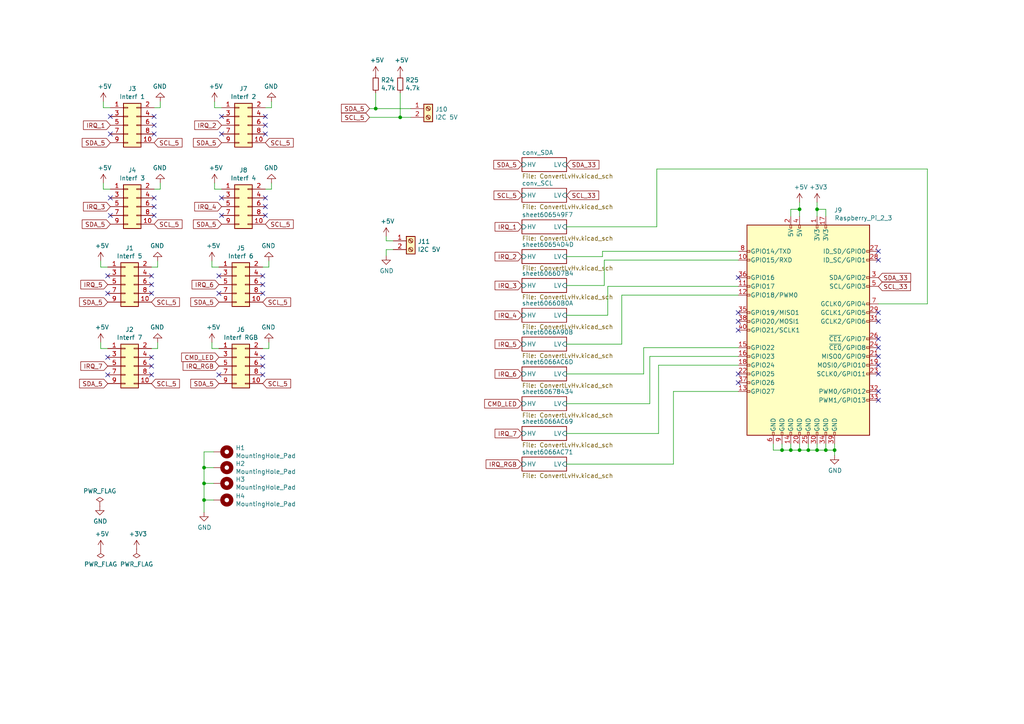
<source format=kicad_sch>
(kicad_sch (version 20230121) (generator eeschema)
  (paper "A4")
  (lib_symbols
    (symbol "Connector:Raspberry_Pi_2_3" (pin_names (offset 1.016))
      (property "Reference" "J" (at -17.78 31.75 0))
      (property "Value" "Raspberry_Pi_2_3" (at 10.16 -31.75 0))
      (symbol "Raspberry_Pi_2_3_0_1"
        (rectangle (start -17.78 30.48) (end 17.78 -30.48) (stroke (width 0.254)) (fill (type background)))
      )
      (symbol "Raspberry_Pi_2_3_1_1"
        (rectangle (start -16.891 -17.526) (end -17.78 -18.034))
        (rectangle (start -16.891 -14.986) (end -17.78 -15.494))
        (rectangle (start -16.891 -12.446) (end -17.78 -12.954))
        (rectangle (start -16.891 -9.906) (end -17.78 -10.414))
        (rectangle (start -16.891 -7.366) (end -17.78 -7.874))
        (rectangle (start -16.891 -4.826) (end -17.78 -5.334))
        (rectangle (start -16.891 0.254) (end -17.78 -0.254))
        (rectangle (start -16.891 2.794) (end -17.78 2.286))
        (rectangle (start -16.891 5.334) (end -17.78 4.826))
        (rectangle (start -16.891 10.414) (end -17.78 9.906))
        (rectangle (start -16.891 12.954) (end -17.78 12.446))
        (rectangle (start -16.891 15.494) (end -17.78 14.986))
        (rectangle (start -16.891 20.574) (end -17.78 20.066))
        (rectangle (start -16.891 23.114) (end -17.78 22.606))
        (rectangle (start -10.414 -29.591) (end -9.906 -30.48))
        (rectangle (start -7.874 -29.591) (end -7.366 -30.48))
        (rectangle (start -5.334 -29.591) (end -4.826 -30.48))
        (rectangle (start -5.334 30.48) (end -4.826 29.591))
        (rectangle (start -2.794 -29.591) (end -2.286 -30.48))
        (rectangle (start -2.794 30.48) (end -2.286 29.591))
        (rectangle (start -0.254 -29.591) (end 0.254 -30.48))
        (rectangle (start 2.286 -29.591) (end 2.794 -30.48))
        (rectangle (start 2.286 30.48) (end 2.794 29.591))
        (rectangle (start 4.826 -29.591) (end 5.334 -30.48))
        (rectangle (start 4.826 30.48) (end 5.334 29.591))
        (rectangle (start 7.366 -29.591) (end 7.874 -30.48))
        (rectangle (start 17.78 -20.066) (end 16.891 -20.574))
        (rectangle (start 17.78 -17.526) (end 16.891 -18.034))
        (rectangle (start 17.78 -12.446) (end 16.891 -12.954))
        (rectangle (start 17.78 -9.906) (end 16.891 -10.414))
        (rectangle (start 17.78 -7.366) (end 16.891 -7.874))
        (rectangle (start 17.78 -4.826) (end 16.891 -5.334))
        (rectangle (start 17.78 -2.286) (end 16.891 -2.794))
        (rectangle (start 17.78 2.794) (end 16.891 2.286))
        (rectangle (start 17.78 5.334) (end 16.891 4.826))
        (rectangle (start 17.78 7.874) (end 16.891 7.366))
        (rectangle (start 17.78 12.954) (end 16.891 12.446))
        (rectangle (start 17.78 15.494) (end 16.891 14.986))
        (rectangle (start 17.78 20.574) (end 16.891 20.066))
        (rectangle (start 17.78 23.114) (end 16.891 22.606))
        (pin power_in line (at 2.54 33.02 270) (length 2.54) (name "3V3") (number "1"))
        (pin bidirectional line (at -20.32 20.32 0) (length 2.54) (name "GPIO15/RXD") (number "10"))
        (pin bidirectional line (at -20.32 12.7 0) (length 2.54) (name "GPIO17") (number "11"))
        (pin bidirectional line (at -20.32 10.16 0) (length 2.54) (name "GPIO18/PWM0") (number "12"))
        (pin bidirectional line (at -20.32 -17.78 0) (length 2.54) (name "GPIO27") (number "13"))
        (pin power_in line (at -5.08 -33.02 90) (length 2.54) (name "GND") (number "14"))
        (pin bidirectional line (at -20.32 -5.08 0) (length 2.54) (name "GPIO22") (number "15"))
        (pin bidirectional line (at -20.32 -7.62 0) (length 2.54) (name "GPIO23") (number "16"))
        (pin power_in line (at 5.08 33.02 270) (length 2.54) (name "3V3") (number "17"))
        (pin bidirectional line (at -20.32 -10.16 0) (length 2.54) (name "GPIO24") (number "18"))
        (pin bidirectional line (at 20.32 -10.16 180) (length 2.54) (name "MOSI0/GPIO10") (number "19"))
        (pin power_in line (at -5.08 33.02 270) (length 2.54) (name "5V") (number "2"))
        (pin power_in line (at -2.54 -33.02 90) (length 2.54) (name "GND") (number "20"))
        (pin bidirectional line (at 20.32 -7.62 180) (length 2.54) (name "MISO0/GPIO9") (number "21"))
        (pin bidirectional line (at -20.32 -12.7 0) (length 2.54) (name "GPIO25") (number "22"))
        (pin bidirectional line (at 20.32 -12.7 180) (length 2.54) (name "SCLK0/GPIO11") (number "23"))
        (pin bidirectional line (at 20.32 -5.08 180) (length 2.54) (name "~{CE0}/GPIO8") (number "24"))
        (pin power_in line (at 0 -33.02 90) (length 2.54) (name "GND") (number "25"))
        (pin bidirectional line (at 20.32 -2.54 180) (length 2.54) (name "~{CE1}/GPIO7") (number "26"))
        (pin bidirectional line (at 20.32 22.86 180) (length 2.54) (name "ID_SD/GPIO0") (number "27"))
        (pin bidirectional line (at 20.32 20.32 180) (length 2.54) (name "ID_SC/GPIO1") (number "28"))
        (pin bidirectional line (at 20.32 5.08 180) (length 2.54) (name "GCLK1/GPIO5") (number "29"))
        (pin bidirectional line (at 20.32 15.24 180) (length 2.54) (name "SDA/GPIO2") (number "3"))
        (pin power_in line (at 2.54 -33.02 90) (length 2.54) (name "GND") (number "30"))
        (pin bidirectional line (at 20.32 2.54 180) (length 2.54) (name "GCLK2/GPIO6") (number "31"))
        (pin bidirectional line (at 20.32 -17.78 180) (length 2.54) (name "PWM0/GPIO12") (number "32"))
        (pin bidirectional line (at 20.32 -20.32 180) (length 2.54) (name "PWM1/GPIO13") (number "33"))
        (pin power_in line (at 5.08 -33.02 90) (length 2.54) (name "GND") (number "34"))
        (pin bidirectional line (at -20.32 5.08 0) (length 2.54) (name "GPIO19/MISO1") (number "35"))
        (pin bidirectional line (at -20.32 15.24 0) (length 2.54) (name "GPIO16") (number "36"))
        (pin bidirectional line (at -20.32 -15.24 0) (length 2.54) (name "GPIO26") (number "37"))
        (pin bidirectional line (at -20.32 2.54 0) (length 2.54) (name "GPIO20/MOSI1") (number "38"))
        (pin power_in line (at 7.62 -33.02 90) (length 2.54) (name "GND") (number "39"))
        (pin power_in line (at -2.54 33.02 270) (length 2.54) (name "5V") (number "4"))
        (pin bidirectional line (at -20.32 0 0) (length 2.54) (name "GPIO21/SCLK1") (number "40"))
        (pin bidirectional line (at 20.32 12.7 180) (length 2.54) (name "SCL/GPIO3") (number "5"))
        (pin power_in line (at -10.16 -33.02 90) (length 2.54) (name "GND") (number "6"))
        (pin bidirectional line (at 20.32 7.62 180) (length 2.54) (name "GCLK0/GPIO4") (number "7"))
        (pin bidirectional line (at -20.32 22.86 0) (length 2.54) (name "GPIO14/TXD") (number "8"))
        (pin power_in line (at -7.62 -33.02 90) (length 2.54) (name "GND") (number "9"))
      )
    )
    (symbol "Connector:Screw_Terminal_01x02" (pin_names (offset 1.016) hide)
      (property "Reference" "J" (at 0 2.54 0))
      (property "Value" "Screw_Terminal_01x02" (at 0 -5.08 0))
      (symbol "Screw_Terminal_01x02_1_1"
        (rectangle (start -1.27 1.27) (end 1.27 -3.81) (stroke (width 0.254)) (fill (type background)))
        (circle (center 0 -2.54) (radius 0.635) (stroke (width 0.1524)))
        (polyline (pts (xy -0.5334 -2.2098) (xy 0.3302 -3.048)) (stroke (width 0.1524)))
        (polyline (pts (xy -0.5334 0.3302) (xy 0.3302 -0.508)) (stroke (width 0.1524)))
        (polyline (pts (xy -0.3556 -2.032) (xy 0.508 -2.8702)) (stroke (width 0.1524)))
        (polyline (pts (xy -0.3556 0.508) (xy 0.508 -0.3302)) (stroke (width 0.1524)))
        (circle (center 0 0) (radius 0.635) (stroke (width 0.1524)))
        (pin passive line (at -5.08 0 0) (length 3.81) (name "Pin_1") (number "1"))
        (pin passive line (at -5.08 -2.54 0) (length 3.81) (name "Pin_2") (number "2"))
      )
    )
    (symbol "Connector_Generic:Conn_02x05_Odd_Even" (pin_names (offset 1.016) hide)
      (property "Reference" "J" (at 1.27 7.62 0))
      (property "Value" "Conn_02x05_Odd_Even" (at 1.27 -7.62 0))
      (symbol "Conn_02x05_Odd_Even_1_1"
        (rectangle (start -1.27 -4.953) (end 0 -5.207) (stroke (width 0.1524)))
        (rectangle (start -1.27 -2.413) (end 0 -2.667) (stroke (width 0.1524)))
        (rectangle (start -1.27 0.127) (end 0 -0.127) (stroke (width 0.1524)))
        (rectangle (start -1.27 2.667) (end 0 2.413) (stroke (width 0.1524)))
        (rectangle (start -1.27 5.207) (end 0 4.953) (stroke (width 0.1524)))
        (rectangle (start -1.27 6.35) (end 3.81 -6.35) (stroke (width 0.254)) (fill (type background)))
        (rectangle (start 3.81 -4.953) (end 2.54 -5.207) (stroke (width 0.1524)))
        (rectangle (start 3.81 -2.413) (end 2.54 -2.667) (stroke (width 0.1524)))
        (rectangle (start 3.81 0.127) (end 2.54 -0.127) (stroke (width 0.1524)))
        (rectangle (start 3.81 2.667) (end 2.54 2.413) (stroke (width 0.1524)))
        (rectangle (start 3.81 5.207) (end 2.54 4.953) (stroke (width 0.1524)))
        (pin passive line (at -5.08 5.08 0) (length 3.81) (name "Pin_1") (number "1"))
        (pin passive line (at 7.62 -5.08 180) (length 3.81) (name "Pin_10") (number "10"))
        (pin passive line (at 7.62 5.08 180) (length 3.81) (name "Pin_2") (number "2"))
        (pin passive line (at -5.08 2.54 0) (length 3.81) (name "Pin_3") (number "3"))
        (pin passive line (at 7.62 2.54 180) (length 3.81) (name "Pin_4") (number "4"))
        (pin passive line (at -5.08 0 0) (length 3.81) (name "Pin_5") (number "5"))
        (pin passive line (at 7.62 0 180) (length 3.81) (name "Pin_6") (number "6"))
        (pin passive line (at -5.08 -2.54 0) (length 3.81) (name "Pin_7") (number "7"))
        (pin passive line (at 7.62 -2.54 180) (length 3.81) (name "Pin_8") (number "8"))
        (pin passive line (at -5.08 -5.08 0) (length 3.81) (name "Pin_9") (number "9"))
      )
    )
    (symbol "Device:R_Small" (pin_numbers hide) (pin_names (offset 0.254) hide)
      (property "Reference" "R" (at 0.762 0.508 0))
      (property "Value" "R_Small" (at 0.762 -1.016 0))
      (symbol "R_Small_0_1"
        (rectangle (start -0.762 1.778) (end 0.762 -1.778) (stroke (width 0.2032)))
      )
      (symbol "R_Small_1_1"
        (pin passive line (at 0 2.54 270) (length 0.762) (name "~") (number "1"))
        (pin passive line (at 0 -2.54 90) (length 0.762) (name "~") (number "2"))
      )
    )
    (symbol "InterfaceRaspi-rescue:+3.3V-power" (power) (pin_names (offset 0))
      (property "Value" "+3.3V-power" (at 0 3.556 0))
      (symbol "+3.3V-power_0_1"
        (polyline (pts (xy -0.762 1.27) (xy 0 2.54)))
        (polyline (pts (xy 0 0) (xy 0 2.54)))
        (polyline (pts (xy 0 2.54) (xy 0.762 1.27)))
      )
      (symbol "+3.3V-power_1_1"
        (pin power_in line (at 0 0 90) (length 0) hide (name "+3V3") (number "1"))
      )
    )
    (symbol "Mechanical:MountingHole_Pad" (pin_numbers hide) (pin_names (offset 1.016) hide)
      (property "Reference" "H" (at 0 6.35 0))
      (property "Value" "MountingHole_Pad" (at 0 4.445 0))
      (symbol "MountingHole_Pad_0_1"
        (circle (center 0 1.27) (radius 1.27) (stroke (width 1.27)))
      )
      (symbol "MountingHole_Pad_1_1"
        (pin input line (at 0 -2.54 90) (length 2.54) (name "1") (number "1"))
      )
    )
    (symbol "power:+5V" (power) (pin_names (offset 0))
      (property "Value" "+5V" (at 0 3.556 0))
      (symbol "+5V_0_1"
        (polyline (pts (xy -0.762 1.27) (xy 0 2.54)))
        (polyline (pts (xy 0 0) (xy 0 2.54)))
        (polyline (pts (xy 0 2.54) (xy 0.762 1.27)))
      )
      (symbol "+5V_1_1"
        (pin power_in line (at 0 0 90) (length 0) hide (name "+5V") (number "1"))
      )
    )
    (symbol "power:GND" (power) (pin_names (offset 0))
      (property "Value" "GND" (at 0 -3.81 0))
      (symbol "GND_0_1"
        (polyline (pts (xy 0 0) (xy 0 -1.27) (xy 1.27 -1.27) (xy 0 -2.54) (xy -1.27 -1.27) (xy 0 -1.27)))
      )
      (symbol "GND_1_1"
        (pin power_in line (at 0 0 270) (length 0) hide (name "GND") (number "1"))
      )
    )
    (symbol "power:PWR_FLAG" (power) (pin_numbers hide) (pin_names (offset 0) hide)
      (property "Value" "PWR_FLAG" (at 0 3.81 0))
      (symbol "PWR_FLAG_0_0"
        (pin power_out line (at 0 0 90) (length 0) (name "pwr") (number "1"))
      )
      (symbol "PWR_FLAG_0_1"
        (polyline (pts (xy 0 0) (xy 0 1.27) (xy -1.016 1.905) (xy 0 2.54) (xy 1.016 1.905) (xy 0 1.27)))
      )
    )
  )
  (junction (at 231.902 60.706))
  (junction (at 226.822 130.556))
  (junction (at 59.182 135.636))
  (junction (at 231.902 130.556))
  (junction (at 242.062 130.556))
  (junction (at 108.966 31.496))
  (junction (at 59.182 145.034))
  (junction (at 234.442 130.556))
  (junction (at 239.522 130.556))
  (junction (at 229.362 130.556))
  (junction (at 59.182 140.208))
  (junction (at 236.982 60.706))
  (junction (at 116.078 34.036))
  (junction (at 236.982 130.556))
  (no_connect (at 43.942 85.09))
  (no_connect (at 44.704 38.862))
  (no_connect (at 214.122 108.458))
  (no_connect (at 254.762 105.918))
  (no_connect (at 76.2 108.712))
  (no_connect (at 64.262 33.782))
  (no_connect (at 254.762 72.898))
  (no_connect (at 254.762 90.678))
  (no_connect (at 76.962 62.484))
  (no_connect (at 214.122 80.518))
  (no_connect (at 254.762 100.838))
  (no_connect (at 254.762 75.438))
  (no_connect (at 76.962 36.322))
  (no_connect (at 214.122 110.998))
  (no_connect (at 32.004 38.862))
  (no_connect (at 44.704 57.404))
  (no_connect (at 254.762 93.218))
  (no_connect (at 44.704 62.484))
  (no_connect (at 214.122 93.218))
  (no_connect (at 32.004 33.782))
  (no_connect (at 64.262 62.484))
  (no_connect (at 76.962 33.782))
  (no_connect (at 43.942 108.712))
  (no_connect (at 76.962 38.862))
  (no_connect (at 254.762 108.458))
  (no_connect (at 76.2 85.09))
  (no_connect (at 43.942 82.55))
  (no_connect (at 254.762 116.078))
  (no_connect (at 31.242 80.01))
  (no_connect (at 76.962 57.404))
  (no_connect (at 76.2 80.01))
  (no_connect (at 64.262 57.404))
  (no_connect (at 44.704 59.944))
  (no_connect (at 31.242 85.09))
  (no_connect (at 214.122 95.758))
  (no_connect (at 63.5 85.09))
  (no_connect (at 63.5 80.01))
  (no_connect (at 43.942 106.172))
  (no_connect (at 31.242 103.632))
  (no_connect (at 254.762 113.538))
  (no_connect (at 254.762 98.298))
  (no_connect (at 44.704 33.782))
  (no_connect (at 214.122 90.678))
  (no_connect (at 32.004 62.484))
  (no_connect (at 254.762 103.378))
  (no_connect (at 76.2 103.632))
  (no_connect (at 44.704 36.322))
  (no_connect (at 64.262 38.862))
  (no_connect (at 31.242 108.712))
  (no_connect (at 76.2 106.172))
  (no_connect (at 32.004 57.404))
  (no_connect (at 43.942 103.632))
  (no_connect (at 43.942 80.01))
  (no_connect (at 76.962 59.944))
  (no_connect (at 76.2 82.55))
  (no_connect (at 63.5 108.712))
  (wire (pts (xy 61.976 145.034) (xy 59.182 145.034)))
  (wire (pts (xy 63.5 77.47) (xy 61.468 77.47)))
  (wire (pts (xy 63.5 101.092) (xy 61.468 101.092)))
  (wire (pts (xy 180.34 99.822) (xy 180.34 85.598)))
  (wire (pts (xy 77.978 101.092) (xy 77.978 99.314)))
  (wire (pts (xy 236.982 62.738) (xy 236.982 60.706)))
  (wire (pts (xy 76.962 31.242) (xy 78.74 31.242)))
  (wire (pts (xy 62.23 54.864) (xy 62.23 53.086)))
  (wire (pts (xy 44.704 54.864) (xy 46.482 54.864)))
  (wire (pts (xy 268.986 49.022) (xy 268.986 88.138)))
  (wire (pts (xy 164.338 82.804) (xy 175.26 82.804)))
  (wire (pts (xy 119.126 34.036) (xy 116.078 34.036)))
  (wire (pts (xy 190.5 49.022) (xy 268.986 49.022)))
  (wire (pts (xy 29.21 77.47) (xy 29.21 75.692)))
  (wire (pts (xy 164.338 74.422) (xy 174.752 74.422)))
  (wire (pts (xy 29.21 101.092) (xy 29.21 99.314)))
  (wire (pts (xy 61.976 135.636) (xy 59.182 135.636)))
  (wire (pts (xy 234.442 130.556) (xy 236.982 130.556)))
  (wire (pts (xy 239.522 62.738) (xy 239.522 60.706)))
  (wire (pts (xy 77.978 77.47) (xy 77.978 75.692)))
  (wire (pts (xy 45.72 101.092) (xy 45.72 99.314)))
  (wire (pts (xy 59.182 131.064) (xy 59.182 135.636)))
  (wire (pts (xy 186.69 100.838) (xy 214.122 100.838)))
  (wire (pts (xy 239.522 128.778) (xy 239.522 130.556)))
  (wire (pts (xy 76.2 101.092) (xy 77.978 101.092)))
  (wire (pts (xy 234.442 128.778) (xy 234.442 130.556)))
  (wire (pts (xy 31.242 101.092) (xy 29.21 101.092)))
  (wire (pts (xy 78.74 54.864) (xy 78.74 53.086)))
  (wire (pts (xy 175.26 82.804) (xy 175.26 75.438)))
  (wire (pts (xy 43.942 77.47) (xy 45.72 77.47)))
  (wire (pts (xy 164.338 91.44) (xy 176.276 91.44)))
  (wire (pts (xy 114.046 69.85) (xy 112.014 69.85)))
  (wire (pts (xy 29.972 31.242) (xy 29.972 29.464)))
  (wire (pts (xy 229.362 60.706) (xy 231.902 60.706)))
  (wire (pts (xy 176.276 83.058) (xy 214.122 83.058)))
  (wire (pts (xy 46.482 54.864) (xy 46.482 53.086)))
  (wire (pts (xy 226.822 128.778) (xy 226.822 130.556)))
  (wire (pts (xy 242.062 130.556) (xy 242.062 132.08)))
  (wire (pts (xy 191.008 125.73) (xy 191.008 105.918)))
  (wire (pts (xy 61.468 101.092) (xy 61.468 99.314)))
  (wire (pts (xy 32.004 54.864) (xy 29.972 54.864)))
  (wire (pts (xy 268.986 88.138) (xy 254.762 88.138)))
  (wire (pts (xy 229.362 130.556) (xy 231.902 130.556)))
  (wire (pts (xy 114.046 72.39) (xy 112.014 72.39)))
  (wire (pts (xy 108.966 26.924) (xy 108.966 31.496)))
  (wire (pts (xy 195.326 134.62) (xy 195.326 113.538)))
  (wire (pts (xy 31.242 77.47) (xy 29.21 77.47)))
  (wire (pts (xy 229.362 128.778) (xy 229.362 130.556)))
  (wire (pts (xy 164.338 99.822) (xy 180.34 99.822)))
  (wire (pts (xy 239.522 60.706) (xy 236.982 60.706)))
  (wire (pts (xy 112.014 72.39) (xy 112.014 74.168)))
  (wire (pts (xy 59.182 135.636) (xy 59.182 140.208)))
  (wire (pts (xy 174.752 72.898) (xy 214.122 72.898)))
  (wire (pts (xy 226.822 130.556) (xy 229.362 130.556)))
  (wire (pts (xy 236.982 128.778) (xy 236.982 130.556)))
  (wire (pts (xy 59.182 140.208) (xy 59.182 145.034)))
  (wire (pts (xy 175.26 75.438) (xy 214.122 75.438)))
  (wire (pts (xy 108.966 31.496) (xy 119.126 31.496)))
  (wire (pts (xy 76.2 77.47) (xy 77.978 77.47)))
  (wire (pts (xy 61.468 77.47) (xy 61.468 75.692)))
  (wire (pts (xy 76.962 54.864) (xy 78.74 54.864)))
  (wire (pts (xy 195.326 113.538) (xy 214.122 113.538)))
  (wire (pts (xy 44.704 31.242) (xy 46.482 31.242)))
  (wire (pts (xy 236.982 130.556) (xy 239.522 130.556)))
  (wire (pts (xy 112.014 69.85) (xy 112.014 68.58)))
  (wire (pts (xy 43.942 101.092) (xy 45.72 101.092)))
  (wire (pts (xy 78.74 31.242) (xy 78.74 29.464)))
  (wire (pts (xy 231.902 130.556) (xy 234.442 130.556)))
  (wire (pts (xy 224.282 128.778) (xy 224.282 130.556)))
  (wire (pts (xy 45.72 77.47) (xy 45.72 75.692)))
  (wire (pts (xy 62.23 31.242) (xy 62.23 29.464)))
  (wire (pts (xy 231.902 128.778) (xy 231.902 130.556)))
  (wire (pts (xy 64.262 54.864) (xy 62.23 54.864)))
  (wire (pts (xy 191.008 105.918) (xy 214.122 105.918)))
  (wire (pts (xy 180.34 85.598) (xy 214.122 85.598)))
  (wire (pts (xy 188.468 117.094) (xy 188.468 103.378)))
  (wire (pts (xy 164.338 125.73) (xy 191.008 125.73)))
  (wire (pts (xy 190.5 65.786) (xy 190.5 49.022)))
  (wire (pts (xy 164.338 65.786) (xy 190.5 65.786)))
  (wire (pts (xy 239.522 130.556) (xy 242.062 130.556)))
  (wire (pts (xy 46.482 31.242) (xy 46.482 29.464)))
  (wire (pts (xy 229.362 62.738) (xy 229.362 60.706)))
  (wire (pts (xy 174.752 74.422) (xy 174.752 72.898)))
  (wire (pts (xy 32.004 31.242) (xy 29.972 31.242)))
  (wire (pts (xy 231.902 62.738) (xy 231.902 60.706)))
  (wire (pts (xy 29.972 54.864) (xy 29.972 53.086)))
  (wire (pts (xy 176.276 91.44) (xy 176.276 83.058)))
  (wire (pts (xy 224.282 130.556) (xy 226.822 130.556)))
  (wire (pts (xy 116.078 34.036) (xy 107.188 34.036)))
  (wire (pts (xy 231.902 60.706) (xy 231.902 58.674)))
  (wire (pts (xy 107.188 31.496) (xy 108.966 31.496)))
  (wire (pts (xy 164.338 108.458) (xy 186.69 108.458)))
  (wire (pts (xy 164.338 134.62) (xy 195.326 134.62)))
  (wire (pts (xy 236.982 60.706) (xy 236.982 58.674)))
  (wire (pts (xy 61.976 140.208) (xy 59.182 140.208)))
  (wire (pts (xy 61.976 131.064) (xy 59.182 131.064)))
  (wire (pts (xy 59.182 145.034) (xy 59.182 148.59)))
  (wire (pts (xy 64.262 31.242) (xy 62.23 31.242)))
  (wire (pts (xy 242.062 128.778) (xy 242.062 130.556)))
  (wire (pts (xy 188.468 103.378) (xy 214.122 103.378)))
  (wire (pts (xy 116.078 26.924) (xy 116.078 34.036)))
  (wire (pts (xy 186.69 108.458) (xy 186.69 100.838)))
  (wire (pts (xy 164.338 117.094) (xy 188.468 117.094)))
  (global_label "IRQ_3" (shape input) (at 32.004 59.944 180) (property "Intersheetrefs" "${INTERSHEET_REFS}" (effects hide)))
  (global_label "SDA_5" (shape input) (at 31.242 87.63 180) (property "Intersheetrefs" "${INTERSHEET_REFS}" (effects hide)))
  (global_label "SCL_5" (shape input) (at 76.962 41.402 0) (property "Intersheetrefs" "${INTERSHEET_REFS}" (effects hide)))
  (global_label "IRQ_6" (shape input) (at 151.384 108.458 180) (property "Intersheetrefs" "${INTERSHEET_REFS}" (effects hide)))
  (global_label "IRQ_RGB" (shape input) (at 151.384 134.62 180) (property "Intersheetrefs" "${INTERSHEET_REFS}" (effects hide)))
  (global_label "IRQ_RGB" (shape input) (at 63.5 106.172 180) (property "Intersheetrefs" "${INTERSHEET_REFS}" (effects hide)))
  (global_label "IRQ_5" (shape input) (at 31.242 82.55 180) (property "Intersheetrefs" "${INTERSHEET_REFS}" (effects hide)))
  (global_label "SDA_5" (shape input) (at 31.242 111.252 180) (property "Intersheetrefs" "${INTERSHEET_REFS}" (effects hide)))
  (global_label "IRQ_5" (shape input) (at 151.384 99.822 180) (property "Intersheetrefs" "${INTERSHEET_REFS}" (effects hide)))
  (global_label "SDA_5" (shape input) (at 107.188 31.496 180) (property "Intersheetrefs" "${INTERSHEET_REFS}" (effects hide)))
  (global_label "SDA_33" (shape input) (at 164.338 47.752 0) (property "Intersheetrefs" "${INTERSHEET_REFS}" (effects hide)))
  (global_label "SCL_5" (shape input) (at 107.188 34.036 180) (property "Intersheetrefs" "${INTERSHEET_REFS}" (effects hide)))
  (global_label "SCL_5" (shape input) (at 76.962 65.024 0) (property "Intersheetrefs" "${INTERSHEET_REFS}" (effects hide)))
  (global_label "SCL_33" (shape input) (at 254.762 83.058 0) (property "Intersheetrefs" "${INTERSHEET_REFS}" (effects hide)))
  (global_label "IRQ_2" (shape input) (at 151.384 74.422 180) (property "Intersheetrefs" "${INTERSHEET_REFS}" (effects hide)))
  (global_label "IRQ_4" (shape input) (at 151.384 91.44 180) (property "Intersheetrefs" "${INTERSHEET_REFS}" (effects hide)))
  (global_label "SDA_5" (shape input) (at 151.384 47.752 180) (property "Intersheetrefs" "${INTERSHEET_REFS}" (effects hide)))
  (global_label "CMD_LED" (shape input) (at 151.384 117.094 180) (property "Intersheetrefs" "${INTERSHEET_REFS}" (effects hide)))
  (global_label "SDA_5" (shape input) (at 64.262 65.024 180) (property "Intersheetrefs" "${INTERSHEET_REFS}" (effects hide)))
  (global_label "IRQ_7" (shape input) (at 151.384 125.73 180) (property "Intersheetrefs" "${INTERSHEET_REFS}" (effects hide)))
  (global_label "CMD_LED" (shape input) (at 63.5 103.632 180) (property "Intersheetrefs" "${INTERSHEET_REFS}" (effects hide)))
  (global_label "SCL_5" (shape input) (at 44.704 41.402 0) (property "Intersheetrefs" "${INTERSHEET_REFS}" (effects hide)))
  (global_label "IRQ_1" (shape input) (at 151.384 65.786 180) (property "Intersheetrefs" "${INTERSHEET_REFS}" (effects hide)))
  (global_label "SDA_5" (shape input) (at 63.5 87.63 180) (property "Intersheetrefs" "${INTERSHEET_REFS}" (effects hide)))
  (global_label "SCL_5" (shape input) (at 151.384 56.642 180) (property "Intersheetrefs" "${INTERSHEET_REFS}" (effects hide)))
  (global_label "IRQ_7" (shape input) (at 31.242 106.172 180) (property "Intersheetrefs" "${INTERSHEET_REFS}" (effects hide)))
  (global_label "SDA_33" (shape input) (at 254.762 80.518 0) (property "Intersheetrefs" "${INTERSHEET_REFS}" (effects hide)))
  (global_label "SDA_5" (shape input) (at 32.004 65.024 180) (property "Intersheetrefs" "${INTERSHEET_REFS}" (effects hide)))
  (global_label "SCL_5" (shape input) (at 43.942 111.252 0) (property "Intersheetrefs" "${INTERSHEET_REFS}" (effects hide)))
  (global_label "IRQ_3" (shape input) (at 151.384 82.804 180) (property "Intersheetrefs" "${INTERSHEET_REFS}" (effects hide)))
  (global_label "SDA_5" (shape input) (at 64.262 41.402 180) (property "Intersheetrefs" "${INTERSHEET_REFS}" (effects hide)))
  (global_label "SCL_33" (shape input) (at 164.338 56.642 0) (property "Intersheetrefs" "${INTERSHEET_REFS}" (effects hide)))
  (global_label "IRQ_2" (shape input) (at 64.262 36.322 180) (property "Intersheetrefs" "${INTERSHEET_REFS}" (effects hide)))
  (global_label "IRQ_4" (shape input) (at 64.262 59.944 180) (property "Intersheetrefs" "${INTERSHEET_REFS}" (effects hide)))
  (global_label "SCL_5" (shape input) (at 76.2 111.252 0) (property "Intersheetrefs" "${INTERSHEET_REFS}" (effects hide)))
  (global_label "SDA_5" (shape input) (at 63.5 111.252 180) (property "Intersheetrefs" "${INTERSHEET_REFS}" (effects hide)))
  (global_label "SCL_5" (shape input) (at 44.704 65.024 0) (property "Intersheetrefs" "${INTERSHEET_REFS}" (effects hide)))
  (global_label "SCL_5" (shape input) (at 76.2 87.63 0) (property "Intersheetrefs" "${INTERSHEET_REFS}" (effects hide)))
  (global_label "SDA_5" (shape input) (at 32.004 41.402 180) (property "Intersheetrefs" "${INTERSHEET_REFS}" (effects hide)))
  (global_label "IRQ_1" (shape input) (at 32.004 36.322 180) (property "Intersheetrefs" "${INTERSHEET_REFS}" (effects hide)))
  (global_label "IRQ_6" (shape input) (at 63.5 82.55 180) (property "Intersheetrefs" "${INTERSHEET_REFS}" (effects hide)))
  (global_label "SCL_5" (shape input) (at 43.942 87.63 0) (property "Intersheetrefs" "${INTERSHEET_REFS}" (effects hide)))
  (symbol (lib_id "Connector:Raspberry_Pi_2_3") (at 234.442 95.758 0) (unit 1)
    (property "Reference" "J9" (at 243.078 60.96 0))
    (property "Value" "Raspberry_Pi_2_3" (at 250.444 63.246 0))
    (property "Footprint" "Connector_PinSocket_2.54mm:PinSocket_2x20_P2.54mm_Vertical" (effects hide))
    (property "Datasheet" "https://www.raspberrypi.org/documentation/hardware/raspberrypi/schematics/rpi_SCH_3bplus_1p0_reduced.pdf" (effects hide))
    (property "JLCPCB BOM" "0" (effects hide))
  )
  (symbol (lib_id "InterfaceRaspi-rescue:+3.3V-power") (at 236.982 58.674 0) (unit 1)
    (property "Reference" "#PWR018" (effects hide))
    (property "Value" "+3.3V" (at 237.363 54.2798 0))
  )
  (symbol (lib_id "power:+5V") (at 231.902 58.674 0) (unit 1)
    (property "Reference" "#PWR017" (effects hide))
    (property "Value" "+5V" (at 232.283 54.2798 0))
  )
  (symbol (lib_id "power:GND") (at 242.062 132.08 0) (unit 1)
    (property "Reference" "#PWR019" (effects hide))
    (property "Value" "GND" (at 242.189 136.4742 0))
  )
  (symbol (lib_id "Connector_Generic:Conn_02x05_Odd_Even") (at 37.084 36.322 0) (unit 1)
    (property "Reference" "J3" (at 38.354 25.7302 0))
    (property "Value" "Interf 1" (at 38.354 28.0416 0))
    (property "Footprint" "Connector_IDC:IDC-Header_2x05_P2.54mm_Vertical" (effects hide))
    (property "JLCPCB BOM" "0" (effects hide))
  )
  (symbol (lib_id "power:+5V") (at 29.972 29.464 0) (unit 1)
    (property "Reference" "#PWR03" (effects hide))
    (property "Value" "+5V" (at 30.353 25.0698 0))
  )
  (symbol (lib_id "power:GND") (at 46.482 29.464 180) (unit 1)
    (property "Reference" "#PWR07" (effects hide))
    (property "Value" "GND" (at 46.355 25.0698 0))
  )
  (symbol (lib_id "Connector_Generic:Conn_02x05_Odd_Even") (at 69.342 36.322 0) (unit 1)
    (property "Reference" "J7" (at 70.612 25.7302 0))
    (property "Value" "Interf 2" (at 70.612 28.0416 0))
    (property "Footprint" "Connector_IDC:IDC-Header_2x05_P2.54mm_Vertical" (effects hide))
    (property "JLCPCB BOM" "0" (effects hide))
  )
  (symbol (lib_id "power:+5V") (at 62.23 29.464 0) (unit 1)
    (property "Reference" "#PWR011" (effects hide))
    (property "Value" "+5V" (at 62.611 25.0698 0))
  )
  (symbol (lib_id "power:GND") (at 78.74 29.464 180) (unit 1)
    (property "Reference" "#PWR015" (effects hide))
    (property "Value" "GND" (at 78.613 25.0698 0))
  )
  (symbol (lib_id "Connector_Generic:Conn_02x05_Odd_Even") (at 37.084 59.944 0) (unit 1)
    (property "Reference" "J4" (at 38.354 49.3522 0))
    (property "Value" "Interf 3" (at 38.354 51.6636 0))
    (property "Footprint" "Connector_IDC:IDC-Header_2x05_P2.54mm_Vertical" (effects hide))
    (property "JLCPCB BOM" "0" (effects hide))
  )
  (symbol (lib_id "power:+5V") (at 29.972 53.086 0) (unit 1)
    (property "Reference" "#PWR04" (effects hide))
    (property "Value" "+5V" (at 30.353 48.6918 0))
  )
  (symbol (lib_id "power:GND") (at 46.482 53.086 180) (unit 1)
    (property "Reference" "#PWR08" (effects hide))
    (property "Value" "GND" (at 46.355 48.6918 0))
  )
  (symbol (lib_id "Connector_Generic:Conn_02x05_Odd_Even") (at 69.342 59.944 0) (unit 1)
    (property "Reference" "J8" (at 70.612 49.3522 0))
    (property "Value" "Interf 4" (at 70.612 51.6636 0))
    (property "Footprint" "Connector_IDC:IDC-Header_2x05_P2.54mm_Vertical" (effects hide))
    (property "JLCPCB BOM" "0" (effects hide))
  )
  (symbol (lib_id "power:+5V") (at 62.23 53.086 0) (unit 1)
    (property "Reference" "#PWR012" (effects hide))
    (property "Value" "+5V" (at 62.611 48.6918 0))
  )
  (symbol (lib_id "power:GND") (at 78.74 53.086 180) (unit 1)
    (property "Reference" "#PWR016" (effects hide))
    (property "Value" "GND" (at 78.613 48.6918 0))
  )
  (symbol (lib_id "Connector_Generic:Conn_02x05_Odd_Even") (at 36.322 82.55 0) (unit 1)
    (property "Reference" "J1" (at 37.592 71.9582 0))
    (property "Value" "Interf 5" (at 37.592 74.2696 0))
    (property "Footprint" "Connector_IDC:IDC-Header_2x05_P2.54mm_Vertical" (effects hide))
    (property "JLCPCB BOM" "0" (effects hide))
  )
  (symbol (lib_id "power:+5V") (at 29.21 75.692 0) (unit 1)
    (property "Reference" "#PWR01" (effects hide))
    (property "Value" "+5V" (at 29.591 71.2978 0))
  )
  (symbol (lib_id "power:GND") (at 45.72 75.692 180) (unit 1)
    (property "Reference" "#PWR05" (effects hide))
    (property "Value" "GND" (at 45.593 71.2978 0))
  )
  (symbol (lib_id "Connector_Generic:Conn_02x05_Odd_Even") (at 68.58 82.55 0) (unit 1)
    (property "Reference" "J5" (at 69.85 71.9582 0))
    (property "Value" "Interf 6" (at 69.85 74.2696 0))
    (property "Footprint" "Connector_IDC:IDC-Header_2x05_P2.54mm_Vertical" (effects hide))
    (property "JLCPCB BOM" "0" (effects hide))
  )
  (symbol (lib_id "power:+5V") (at 61.468 75.692 0) (unit 1)
    (property "Reference" "#PWR09" (effects hide))
    (property "Value" "+5V" (at 61.849 71.2978 0))
  )
  (symbol (lib_id "power:GND") (at 77.978 75.692 180) (unit 1)
    (property "Reference" "#PWR013" (effects hide))
    (property "Value" "GND" (at 77.851 71.2978 0))
  )
  (symbol (lib_id "Connector_Generic:Conn_02x05_Odd_Even") (at 36.322 106.172 0) (unit 1)
    (property "Reference" "J2" (at 37.592 95.5802 0))
    (property "Value" "Interf 7" (at 37.592 97.8916 0))
    (property "Footprint" "Connector_IDC:IDC-Header_2x05_P2.54mm_Vertical" (effects hide))
    (property "JLCPCB BOM" "0" (effects hide))
  )
  (symbol (lib_id "power:+5V") (at 29.21 99.314 0) (unit 1)
    (property "Reference" "#PWR02" (effects hide))
    (property "Value" "+5V" (at 29.591 94.9198 0))
  )
  (symbol (lib_id "power:GND") (at 45.72 99.314 180) (unit 1)
    (property "Reference" "#PWR06" (effects hide))
    (property "Value" "GND" (at 45.593 94.9198 0))
  )
  (symbol (lib_id "Connector_Generic:Conn_02x05_Odd_Even") (at 68.58 106.172 0) (unit 1)
    (property "Reference" "J6" (at 69.85 95.5802 0))
    (property "Value" "Interf RGB" (at 69.85 97.8916 0))
    (property "Footprint" "Connector_IDC:IDC-Header_2x05_P2.54mm_Vertical" (effects hide))
    (property "JLCPCB BOM" "0" (effects hide))
  )
  (symbol (lib_id "power:+5V") (at 61.468 99.314 0) (unit 1)
    (property "Reference" "#PWR010" (effects hide))
    (property "Value" "+5V" (at 61.849 94.9198 0))
  )
  (symbol (lib_id "power:GND") (at 77.978 99.314 180) (unit 1)
    (property "Reference" "#PWR014" (effects hide))
    (property "Value" "GND" (at 77.851 94.9198 0))
  )
  (symbol (lib_id "power:PWR_FLAG") (at 29.21 159.258 180) (unit 1)
    (property "Reference" "#FLG0101" (effects hide))
    (property "Value" "PWR_FLAG" (at 29.21 163.6522 0))
  )
  (symbol (lib_id "power:PWR_FLAG") (at 39.624 159.258 180) (unit 1)
    (property "Reference" "#FLG0102" (effects hide))
    (property "Value" "PWR_FLAG" (at 39.624 163.6522 0))
  )
  (symbol (lib_id "power:PWR_FLAG") (at 28.956 146.812 0) (unit 1)
    (property "Reference" "#FLG0103" (effects hide))
    (property "Value" "PWR_FLAG" (at 28.956 142.4178 0))
  )
  (symbol (lib_id "power:GND") (at 28.956 146.812 0) (unit 1)
    (property "Reference" "#PWR0101" (effects hide))
    (property "Value" "GND" (at 29.083 151.2062 0))
  )
  (symbol (lib_id "power:+5V") (at 29.21 159.258 0) (unit 1)
    (property "Reference" "#PWR0102" (effects hide))
    (property "Value" "+5V" (at 29.591 154.8638 0))
  )
  (symbol (lib_id "InterfaceRaspi-rescue:+3.3V-power") (at 39.624 159.258 0) (unit 1)
    (property "Reference" "#PWR0103" (effects hide))
    (property "Value" "+3.3V" (at 40.005 154.8638 0))
  )
  (symbol (lib_id "Mechanical:MountingHole_Pad") (at 64.516 131.064 270) (unit 1)
    (property "Reference" "H1" (at 68.326 129.8956 90) (effects (justify left)))
    (property "Value" "MountingHole_Pad" (at 68.326 132.207 90) (effects (justify left)))
    (property "Footprint" "MountingHole:MountingHole_3.2mm_M3_ISO14580_Pad" (effects hide))
    (property "JLCPCB BOM" "0" (effects hide))
  )
  (symbol (lib_id "Mechanical:MountingHole_Pad") (at 64.516 135.636 270) (unit 1)
    (property "Reference" "H2" (at 68.326 134.4676 90) (effects (justify left)))
    (property "Value" "MountingHole_Pad" (at 68.326 136.779 90) (effects (justify left)))
    (property "Footprint" "MountingHole:MountingHole_3.2mm_M3_ISO14580_Pad" (effects hide))
    (property "JLCPCB BOM" "0" (effects hide))
  )
  (symbol (lib_id "Mechanical:MountingHole_Pad") (at 64.516 140.208 270) (unit 1)
    (property "Reference" "H3" (at 68.326 139.0396 90) (effects (justify left)))
    (property "Value" "MountingHole_Pad" (at 68.326 141.351 90) (effects (justify left)))
    (property "Footprint" "MountingHole:MountingHole_3.2mm_M3_ISO14580_Pad" (effects hide))
    (property "JLCPCB BOM" "0" (effects hide))
  )
  (symbol (lib_id "Mechanical:MountingHole_Pad") (at 64.516 145.034 270) (unit 1)
    (property "Reference" "H4" (at 68.326 143.8656 90) (effects (justify left)))
    (property "Value" "MountingHole_Pad" (at 68.326 146.177 90) (effects (justify left)))
    (property "Footprint" "MountingHole:MountingHole_3.2mm_M3_ISO14580_Pad" (effects hide))
    (property "JLCPCB BOM" "0" (effects hide))
  )
  (symbol (lib_id "power:GND") (at 59.182 148.59 0) (unit 1)
    (property "Reference" "#PWR042" (effects hide))
    (property "Value" "GND" (at 59.309 152.9842 0))
  )
  (symbol (lib_id "Connector:Screw_Terminal_01x02") (at 124.206 31.496 0) (unit 1)
    (property "Reference" "J10" (at 126.238 31.6992 0) (effects (justify left)))
    (property "Value" "I2C 5V" (at 126.238 34.0106 0) (effects (justify left)))
    (property "Footprint" "TerminalBlock_Phoenix:TerminalBlock_Phoenix_MPT-0,5-2-2.54_1x02_P2.54mm_Horizontal" (effects hide))
    (property "JLCPCB BOM" "0" (effects hide))
  )
  (symbol (lib_id "Device:R_Small") (at 108.966 24.384 0) (unit 1)
    (property "Reference" "R24" (at 110.4646 23.2156 0) (effects (justify left)))
    (property "Value" "4.7k" (at 110.4646 25.527 0) (effects (justify left)))
    (property "Footprint" "Resistor_SMD:R_0805_2012Metric_Pad1.20x1.40mm_HandSolder" (effects hide))
    (property "LCSC Part" "C17673" (effects hide))
  )
  (symbol (lib_id "Device:R_Small") (at 116.078 24.384 0) (unit 1)
    (property "Reference" "R25" (at 117.5766 23.2156 0) (effects (justify left)))
    (property "Value" "4.7k" (at 117.5766 25.527 0) (effects (justify left)))
    (property "Footprint" "Resistor_SMD:R_0805_2012Metric_Pad1.20x1.40mm_HandSolder" (effects hide))
    (property "LCSC Part" "C17673" (effects hide))
  )
  (symbol (lib_id "power:+5V") (at 108.966 21.844 0) (unit 1)
    (property "Reference" "#PWR044" (effects hide))
    (property "Value" "+5V" (at 109.347 17.4498 0))
  )
  (symbol (lib_id "power:+5V") (at 116.078 21.844 0) (unit 1)
    (property "Reference" "#PWR045" (effects hide))
    (property "Value" "+5V" (at 116.459 17.4498 0))
  )
  (symbol (lib_id "Connector:Screw_Terminal_01x02") (at 119.126 69.85 0) (unit 1)
    (property "Reference" "J11" (at 121.158 70.0532 0) (effects (justify left)))
    (property "Value" "I2C 5V" (at 121.158 72.3646 0) (effects (justify left)))
    (property "Footprint" "TerminalBlock_Phoenix:TerminalBlock_Phoenix_MPT-0,5-2-2.54_1x02_P2.54mm_Horizontal" (effects hide))
    (property "JLCPCB BOM" "0" (effects hide))
  )
  (symbol (lib_id "power:+5V") (at 112.014 68.58 0) (unit 1)
    (property "Reference" "#PWR047" (effects hide))
    (property "Value" "+5V" (at 112.395 64.1858 0))
  )
  (symbol (lib_id "power:GND") (at 112.014 74.168 0) (unit 1)
    (property "Reference" "#PWR048" (effects hide))
    (property "Value" "GND" (at 112.141 78.5622 0))
  )
  (sheet (at 151.384 45.72) (size 12.954 4.064)
    (property "Sheetname" "conv_SDA" (at 151.384 45.0084 0) (effects (justify left bottom)))
    (property "Sheetfile" "ConvertLvHv.kicad_sch" (at 151.384 50.3686 0) (effects (justify left top)))
    (pin "LV" input (at 164.338 47.752 0))
    (pin "HV" input (at 151.384 47.752 180))
  )
  (sheet (at 151.384 54.61) (size 12.954 4.064)
    (property "Sheetname" "conv_SCL" (at 151.384 53.8984 0) (effects (justify left bottom)))
    (property "Sheetfile" "ConvertLvHv.kicad_sch" (at 151.384 59.2586 0) (effects (justify left top)))
    (pin "LV" input (at 164.338 56.642 0))
    (pin "HV" input (at 151.384 56.642 180))
  )
  (sheet (at 151.384 63.754) (size 12.954 4.064)
    (property "Sheetname" "sheet606549F7" (at 151.384 63.0424 0) (effects (justify left bottom)))
    (property "Sheetfile" "ConvertLvHv.kicad_sch" (at 151.384 68.4026 0) (effects (justify left top)))
    (pin "LV" input (at 164.338 65.786 0))
    (pin "HV" input (at 151.384 65.786 180))
  )
  (sheet (at 151.384 72.39) (size 12.954 4.064)
    (property "Sheetname" "sheet60654D4D" (at 151.384 71.6784 0) (effects (justify left bottom)))
    (property "Sheetfile" "ConvertLvHv.kicad_sch" (at 151.384 77.0386 0) (effects (justify left top)))
    (pin "LV" input (at 164.338 74.422 0))
    (pin "HV" input (at 151.384 74.422 180))
  )
  (sheet (at 151.384 80.772) (size 12.954 4.064)
    (property "Sheetname" "sheet606607B4" (at 151.384 80.0604 0) (effects (justify left bottom)))
    (property "Sheetfile" "ConvertLvHv.kicad_sch" (at 151.384 85.4206 0) (effects (justify left top)))
    (pin "LV" input (at 164.338 82.804 0))
    (pin "HV" input (at 151.384 82.804 180))
  )
  (sheet (at 151.384 89.408) (size 12.954 4.064)
    (property "Sheetname" "sheet60660B0A" (at 151.384 88.6964 0) (effects (justify left bottom)))
    (property "Sheetfile" "ConvertLvHv.kicad_sch" (at 151.384 94.0566 0) (effects (justify left top)))
    (pin "LV" input (at 164.338 91.44 0))
    (pin "HV" input (at 151.384 91.44 180))
  )
  (sheet (at 151.384 97.79) (size 12.954 4.064)
    (property "Sheetname" "sheet6066A90B" (at 151.384 97.0784 0) (effects (justify left bottom)))
    (property "Sheetfile" "ConvertLvHv.kicad_sch" (at 151.384 102.4386 0) (effects (justify left top)))
    (pin "LV" input (at 164.338 99.822 0))
    (pin "HV" input (at 151.384 99.822 180))
  )
  (sheet (at 151.384 123.698) (size 12.954 4.064)
    (property "Sheetname" "sheet6066AC69" (at 151.384 122.9864 0) (effects (justify left bottom)))
    (property "Sheetfile" "ConvertLvHv.kicad_sch" (at 151.384 128.3466 0) (effects (justify left top)))
    (pin "LV" input (at 164.338 125.73 0))
    (pin "HV" input (at 151.384 125.73 180))
  )
  (sheet (at 151.384 106.426) (size 12.954 4.064)
    (property "Sheetname" "sheet6066AC6D" (at 151.384 105.7144 0) (effects (justify left bottom)))
    (property "Sheetfile" "ConvertLvHv.kicad_sch" (at 151.384 111.0746 0) (effects (justify left top)))
    (pin "LV" input (at 164.338 108.458 0))
    (pin "HV" input (at 151.384 108.458 180))
  )
  (sheet (at 151.384 132.588) (size 12.954 4.064)
    (property "Sheetname" "sheet6066AC71" (at 151.384 131.8764 0) (effects (justify left bottom)))
    (property "Sheetfile" "ConvertLvHv.kicad_sch" (at 151.384 137.2366 0) (effects (justify left top)))
    (pin "LV" input (at 164.338 134.62 0))
    (pin "HV" input (at 151.384 134.62 180))
  )
  (sheet (at 151.384 115.062) (size 12.954 4.064)
    (property "Sheetname" "sheet60678434" (at 151.384 114.3504 0) (effects (justify left bottom)))
    (property "Sheetfile" "ConvertLvHv.kicad_sch" (at 151.384 119.7106 0) (effects (justify left top)))
    (pin "LV" input (at 164.338 117.094 0))
    (pin "HV" input (at 151.384 117.094 180))
  )
)
</source>
